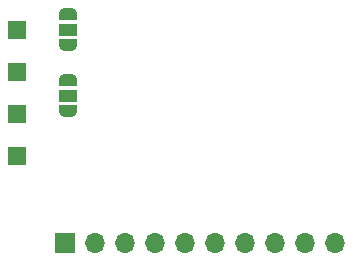
<source format=gbr>
%TF.GenerationSoftware,KiCad,Pcbnew,7.0.7*%
%TF.CreationDate,2025-04-13T10:38:35+09:30*%
%TF.ProjectId,MCP3909_Breakout,4d435033-3930-4395-9f42-7265616b6f75,rev?*%
%TF.SameCoordinates,Original*%
%TF.FileFunction,Soldermask,Bot*%
%TF.FilePolarity,Negative*%
%FSLAX46Y46*%
G04 Gerber Fmt 4.6, Leading zero omitted, Abs format (unit mm)*
G04 Created by KiCad (PCBNEW 7.0.7) date 2025-04-13 10:38:35*
%MOMM*%
%LPD*%
G01*
G04 APERTURE LIST*
G04 Aperture macros list*
%AMFreePoly0*
4,1,19,0.550000,-0.750000,0.000000,-0.750000,0.000000,-0.744911,-0.071157,-0.744911,-0.207708,-0.704816,-0.327430,-0.627875,-0.420627,-0.520320,-0.479746,-0.390866,-0.500000,-0.250000,-0.500000,0.250000,-0.479746,0.390866,-0.420627,0.520320,-0.327430,0.627875,-0.207708,0.704816,-0.071157,0.744911,0.000000,0.744911,0.000000,0.750000,0.550000,0.750000,0.550000,-0.750000,0.550000,-0.750000,
$1*%
%AMFreePoly1*
4,1,19,0.000000,0.744911,0.071157,0.744911,0.207708,0.704816,0.327430,0.627875,0.420627,0.520320,0.479746,0.390866,0.500000,0.250000,0.500000,-0.250000,0.479746,-0.390866,0.420627,-0.520320,0.327430,-0.627875,0.207708,-0.704816,0.071157,-0.744911,0.000000,-0.744911,0.000000,-0.750000,-0.550000,-0.750000,-0.550000,0.750000,0.000000,0.750000,0.000000,0.744911,0.000000,0.744911,
$1*%
G04 Aperture macros list end*
%ADD10R,1.700000X1.700000*%
%ADD11O,1.700000X1.700000*%
%ADD12R,1.500000X1.500000*%
%ADD13FreePoly0,270.000000*%
%ADD14R,1.500000X1.000000*%
%ADD15FreePoly1,270.000000*%
%ADD16FreePoly0,90.000000*%
%ADD17FreePoly1,90.000000*%
G04 APERTURE END LIST*
D10*
%TO.C,J1*%
X132080000Y-112014000D03*
D11*
X134620000Y-112014000D03*
X137160000Y-112014000D03*
X139700000Y-112014000D03*
X142240000Y-112014000D03*
X144780000Y-112014000D03*
X147320000Y-112014000D03*
X149860000Y-112014000D03*
X152400000Y-112014000D03*
X154940000Y-112014000D03*
%TD*%
D12*
%TO.C,TP4*%
X128068700Y-104636000D03*
%TD*%
%TO.C,TP1*%
X128068700Y-93986000D03*
%TD*%
D13*
%TO.C,JP1*%
X132334000Y-92680000D03*
D14*
X132334000Y-93980000D03*
D15*
X132334000Y-95280000D03*
%TD*%
D12*
%TO.C,TP2*%
X128068700Y-97536000D03*
%TD*%
D16*
%TO.C,JP2*%
X132334000Y-100868000D03*
D14*
X132334000Y-99568000D03*
D17*
X132334000Y-98268000D03*
%TD*%
D12*
%TO.C,TP3*%
X128068700Y-101086000D03*
%TD*%
M02*

</source>
